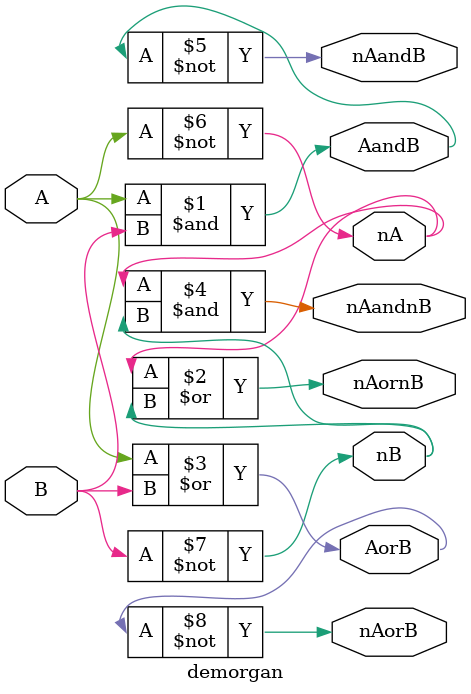
<source format=v>
module demorgan
(
	input A,	// Single bit inputs
	input B,
	// ~(AB)
	output AandB,
	output nAandB,
	// ~A + ~B
	output nA,
	output nB,
	output nAornB,
	// ~(A + B)
	output AorB, // Output intermediate or-ed inputs
	output nAorB, // ~(A + B)
	// (~A) * (~B)
	// some outputs (nA and nB) are defined first for ~A + ~B
	output nAandnB	// Single bit output, (~A) * (~B)
);

	// ~(AB)
	wire AandB;
	and andgateAB(AandB, A, B); // AND gate produces AandB from A and B
	not AandBinv(nAandB, AandB); // Inverter produces nAandB from AandB
	// ~A + ~B
	wire nA;
	wire nB;
	not Ainv(nA, A);	// Top inverter is named Ainv, takes signal A as input and produces signal nA
	not Binv(nB, B);
	or orgatenAnB(nAornB, nA, nB);
	// ~(A + B)
	wire AorB;
	or orgateAB(AorB, A, B); // OR gate produces AorB from A and B
	not AorBinv(nAorB, AorB); // Inverter produces nAorB from AorB
	// (~A) * (~B)
	// some inputs not reproduced here because defined first by ~A + ~B
	and andgatenAnB(nAandnB, nA, nB);	// AND gate produces nAandnB from nA and nB

endmodule

</source>
